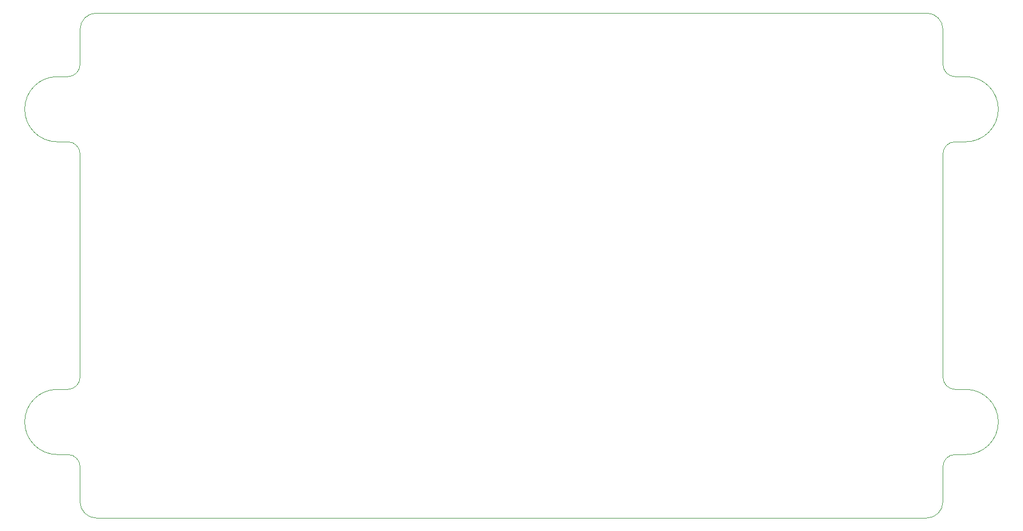
<source format=gbr>
G04 #@! TF.GenerationSoftware,KiCad,Pcbnew,7.0.8*
G04 #@! TF.CreationDate,2023-11-12T13:04:05-06:00*
G04 #@! TF.ProjectId,WALL-E Carrier Board,57414c4c-2d45-4204-9361-727269657220,rev?*
G04 #@! TF.SameCoordinates,PX53d00e0PY8a12ae0*
G04 #@! TF.FileFunction,Profile,NP*
%FSLAX46Y46*%
G04 Gerber Fmt 4.6, Leading zero omitted, Abs format (unit mm)*
G04 Created by KiCad (PCBNEW 7.0.8) date 2023-11-12 13:04:05*
%MOMM*%
%LPD*%
G01*
G04 APERTURE LIST*
G04 #@! TA.AperFunction,Profile*
%ADD10C,0.100000*%
G04 #@! TD*
G04 APERTURE END LIST*
D10*
X143256001Y70739000D02*
G75*
G03*
X145161000Y68834001I1904999J0D01*
G01*
X6731000Y20066001D02*
G75*
G03*
X8635999Y21971000I0J1904999D01*
G01*
X140716000Y0D02*
X11176000Y0D01*
X5080000Y9906000D02*
X6731000Y9906000D01*
X146812000Y58674001D02*
G75*
G03*
X146812000Y68833999I0J5079999D01*
G01*
X143256000Y2540000D02*
X143256000Y8001000D01*
X143256000Y76200000D02*
G75*
G03*
X140716000Y78740000I-2540000J0D01*
G01*
X146812000Y68833999D02*
X145161000Y68833999D01*
X8636000Y2540000D02*
G75*
G03*
X11176000Y0I2540000J0D01*
G01*
X6731000Y68834000D02*
G75*
G03*
X8636000Y70739000I0J1905000D01*
G01*
X8636000Y2540000D02*
X8636000Y8001000D01*
X6731000Y20066000D02*
X5080000Y20066000D01*
X8635999Y8001000D02*
G75*
G03*
X6731000Y9905999I-1904999J0D01*
G01*
X140716000Y0D02*
G75*
G03*
X143256000Y2540000I0J2540000D01*
G01*
X145161000Y58674001D02*
X146812000Y58674001D01*
X145161000Y58673999D02*
G75*
G03*
X143256001Y56769000I0J-1904999D01*
G01*
X8635999Y56769000D02*
G75*
G03*
X6731000Y58673999I-1904999J0D01*
G01*
X146812000Y20065999D02*
X145161000Y20065999D01*
X5080000Y68834000D02*
G75*
G03*
X5080000Y58674000I0J-5080000D01*
G01*
X8635999Y21971000D02*
X8635999Y56769000D01*
X146812000Y9906001D02*
G75*
G03*
X146812000Y20065999I0J5079999D01*
G01*
X5080000Y20066000D02*
G75*
G03*
X5080000Y9906000I0J-5080000D01*
G01*
X143256000Y76200000D02*
X143256000Y70739000D01*
X11176000Y78740000D02*
G75*
G03*
X8636000Y76200000I0J-2540000D01*
G01*
X145161000Y9905999D02*
G75*
G03*
X143256001Y8001000I0J-1904999D01*
G01*
X8636000Y70739000D02*
X8636000Y76200000D01*
X6731000Y68834000D02*
X5080000Y68834000D01*
X143256001Y21971000D02*
G75*
G03*
X145161000Y20066001I1904999J0D01*
G01*
X143256001Y21971000D02*
X143256001Y56769000D01*
X145161000Y9906001D02*
X146812000Y9906001D01*
X5080000Y58674000D02*
X6731000Y58674000D01*
X11176000Y78740000D02*
X140716000Y78740000D01*
M02*

</source>
